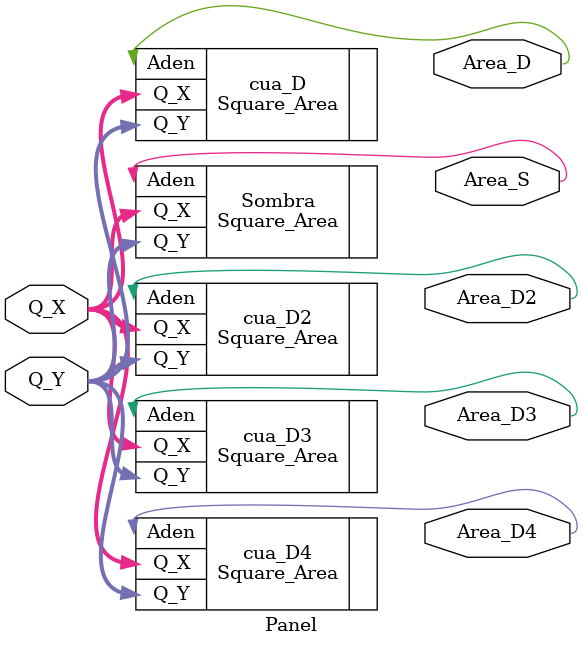
<source format=sv>
module Panel #(
    parameter int x_start = 10,
    parameter int y_start = 240,
    parameter int width   = 300,
    parameter int height  = 110
)(
    input  logic [9:0] Q_X, Q_Y,
    output logic Area_D,
    output logic Area_D2,
    output logic Area_D3,
    output logic Area_D4,
    output logic Area_S
);

    // Panel base
    Square_Area #(
        .x0(x_start),
        .x1(x_start + width),
        .y0(y_start),
        .y1(y_start + height),
        .corn(0)
    ) cua_D (.Q_X(Q_X), .Q_Y(Q_Y), .Aden(Area_D));

    // Sombra
    Square_Area #(
        .x0(x_start + 30),
        .x1(x_start + 41),
        .y0(y_start + 20),
        .y1(y_start + height + 10),
        .corn(5)
    ) Sombra (.Q_X(Q_X), .Q_Y(Q_Y), .Aden(Area_S));

    // Capas internas
    Square_Area #(
        .x0(x_start + 40),
        .x1(x_start + width - 10),
        .y0(y_start + 10),
        .y1(y_start + height + 10),
        .corn(5)
    ) cua_D2 (.Q_X(Q_X), .Q_Y(Q_Y), .Aden(Area_D2));

    Square_Area #(
        .x0(x_start + 50),
        .x1(x_start + width - 20),
        .y0(y_start + 20),
        .y1(y_start + height),
        .corn(5)
    ) cua_D3 (.Q_X(Q_X), .Q_Y(Q_Y), .Aden(Area_D3));

    Square_Area #(
        .x0(x_start + 60),
        .x1(x_start + width - 30),
        .y0(y_start + 30),
        .y1(y_start + height - 10),
        .corn(0)
    ) cua_D4 (.Q_X(Q_X), .Q_Y(Q_Y), .Aden(Area_D4));

endmodule

</source>
